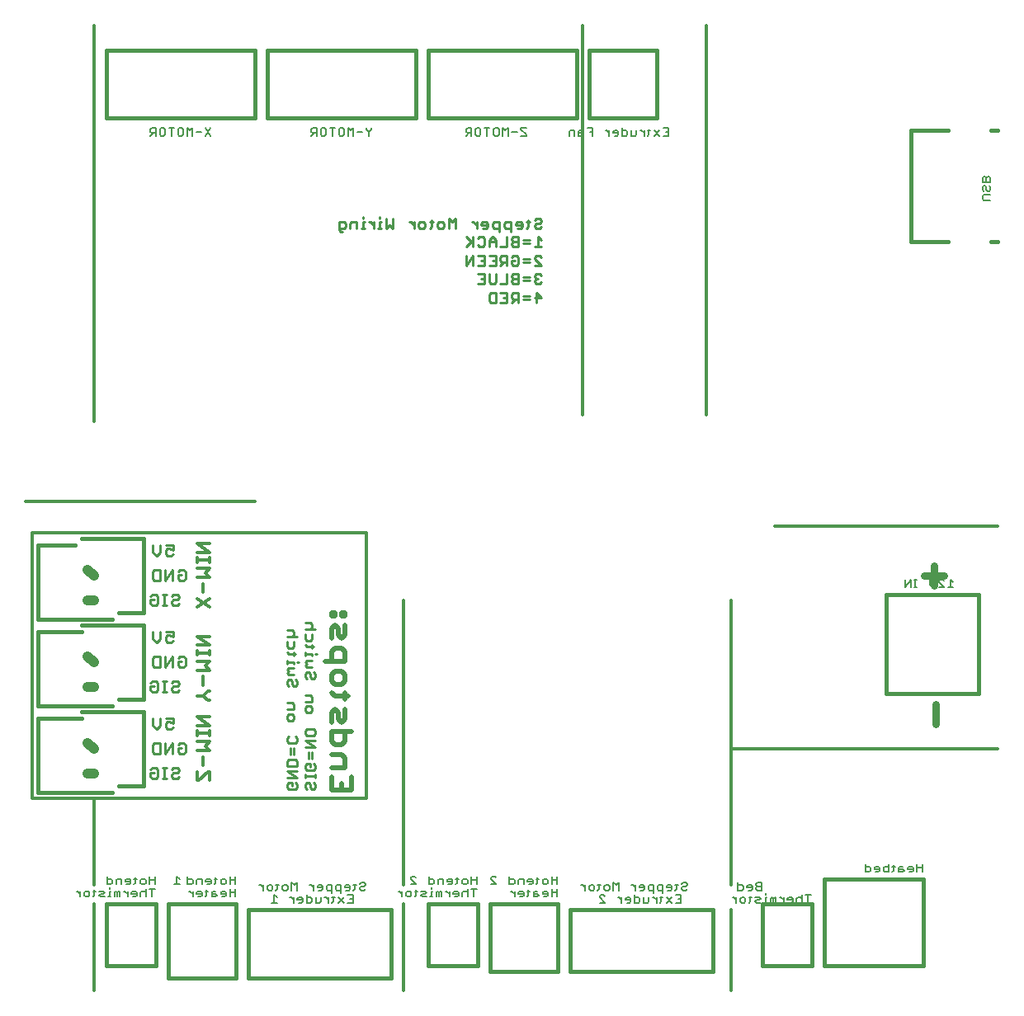
<source format=gbo>
G75*
G70*
%OFA0B0*%
%FSLAX24Y24*%
%IPPOS*%
%LPD*%
%AMOC8*
5,1,8,0,0,1.08239X$1,22.5*
%
%ADD10C,0.0160*%
%ADD11C,0.0130*%
%ADD12C,0.0080*%
%ADD13C,0.0110*%
%ADD14C,0.0300*%
%ADD15C,0.0400*%
%ADD16C,0.0100*%
%ADD17C,0.0120*%
%ADD18C,0.0200*%
D10*
X007816Y004601D02*
X007816Y007101D01*
X009816Y007101D01*
X009816Y004601D01*
X007816Y004601D01*
X010316Y004101D02*
X010316Y007101D01*
X013066Y007101D01*
X013066Y004101D01*
X010316Y004101D01*
X013566Y004101D02*
X013566Y006851D01*
X019316Y006851D01*
X019316Y004101D01*
X013566Y004101D01*
X020816Y004601D02*
X022816Y004601D01*
X022816Y007101D01*
X020816Y007101D01*
X020816Y004601D01*
X023316Y004351D02*
X023316Y007101D01*
X026066Y007101D01*
X026066Y004351D01*
X023316Y004351D01*
X026566Y004351D02*
X032316Y004351D01*
X032316Y006851D01*
X026566Y006851D01*
X026566Y004351D01*
X034316Y004601D02*
X036316Y004601D01*
X036316Y007101D01*
X034316Y007101D01*
X034316Y004601D01*
X036816Y004601D02*
X040816Y004601D01*
X040816Y008101D01*
X036816Y008101D01*
X036816Y004601D01*
X039316Y015601D02*
X043066Y015601D01*
X043066Y019601D01*
X039316Y019601D01*
X039316Y015601D01*
X040316Y033851D02*
X040316Y038351D01*
X041816Y038351D01*
X043566Y038351D02*
X043816Y038351D01*
X043816Y033851D02*
X043566Y033851D01*
X041816Y033851D02*
X040316Y033851D01*
X030066Y038851D02*
X030066Y041601D01*
X027316Y041601D01*
X027316Y038851D01*
X030066Y038851D01*
X026816Y038851D02*
X026816Y041601D01*
X020816Y041601D01*
X020816Y038851D01*
X026816Y038851D01*
X020316Y038851D02*
X014316Y038851D01*
X014316Y041601D01*
X020316Y041601D01*
X020316Y038851D01*
X013816Y038851D02*
X007816Y038851D01*
X007816Y041601D01*
X013816Y041601D01*
X013816Y038851D01*
X009316Y021851D02*
X006816Y021851D01*
X006566Y021601D02*
X005066Y021601D01*
X005066Y018601D01*
X008066Y018601D01*
X008316Y018851D02*
X009316Y018851D01*
X009316Y021851D01*
X009316Y018351D02*
X006816Y018351D01*
X006816Y018101D02*
X005066Y018101D01*
X005066Y015101D01*
X008066Y015101D01*
X008316Y015351D02*
X009316Y015351D01*
X009316Y018351D01*
X009316Y014851D02*
X006816Y014851D01*
X006816Y014601D02*
X005066Y014601D01*
X005066Y011601D01*
X008066Y011601D01*
X008316Y011851D02*
X009316Y011851D01*
X009316Y014851D01*
D11*
X011471Y014662D02*
X012001Y014662D01*
X012001Y014308D02*
X011471Y014308D01*
X011471Y014080D02*
X011471Y013903D01*
X011471Y013991D02*
X012001Y013991D01*
X012001Y013903D02*
X012001Y014080D01*
X012001Y014308D02*
X011471Y014662D01*
X011913Y015330D02*
X011736Y015506D01*
X011471Y015506D01*
X011736Y015506D02*
X011913Y015683D01*
X012001Y015683D01*
X012001Y015330D02*
X011913Y015330D01*
X011736Y015937D02*
X011736Y016291D01*
X011471Y016545D02*
X012001Y016545D01*
X011824Y016722D01*
X012001Y016899D01*
X011471Y016899D01*
X011471Y017153D02*
X011471Y017330D01*
X011471Y017241D02*
X012001Y017241D01*
X012001Y017153D02*
X012001Y017330D01*
X012001Y017558D02*
X011471Y017912D01*
X012001Y017912D01*
X012001Y017558D02*
X011471Y017558D01*
X011471Y019080D02*
X012001Y019433D01*
X012001Y019080D02*
X011471Y019433D01*
X011736Y019687D02*
X011736Y020041D01*
X012001Y020295D02*
X011824Y020472D01*
X012001Y020649D01*
X011471Y020649D01*
X011471Y020903D02*
X011471Y021080D01*
X011471Y020991D02*
X012001Y020991D01*
X012001Y020903D02*
X012001Y021080D01*
X012001Y021308D02*
X011471Y021662D01*
X012001Y021662D01*
X012001Y021308D02*
X011471Y021308D01*
X011471Y020295D02*
X012001Y020295D01*
X012001Y013649D02*
X011471Y013649D01*
X011471Y013295D02*
X012001Y013295D01*
X011824Y013472D01*
X012001Y013649D01*
X011736Y013041D02*
X011736Y012687D01*
X011913Y012433D02*
X011559Y012080D01*
X011471Y012080D01*
X011471Y012433D01*
X011913Y012433D02*
X012001Y012433D01*
X012001Y012080D01*
D12*
X012812Y008211D02*
X012812Y007891D01*
X012812Y008051D02*
X013026Y008051D01*
X013026Y007891D02*
X013026Y008211D01*
X012657Y008051D02*
X012657Y007944D01*
X012604Y007891D01*
X012497Y007891D01*
X012444Y007944D01*
X012444Y008051D01*
X012497Y008104D01*
X012604Y008104D01*
X012657Y008051D01*
X012289Y008104D02*
X012182Y008104D01*
X012236Y008158D02*
X012236Y007944D01*
X012182Y007891D01*
X012044Y007944D02*
X012044Y008051D01*
X011990Y008104D01*
X011883Y008104D01*
X011830Y008051D01*
X011830Y007997D01*
X012044Y007997D01*
X012044Y007944D02*
X011990Y007891D01*
X011883Y007891D01*
X011675Y007891D02*
X011675Y008104D01*
X011515Y008104D01*
X011462Y008051D01*
X011462Y007891D01*
X011307Y007944D02*
X011307Y008051D01*
X011254Y008104D01*
X011093Y008104D01*
X011093Y008211D02*
X011093Y007891D01*
X011254Y007891D01*
X011307Y007944D01*
X011307Y007604D02*
X011307Y007391D01*
X011307Y007497D02*
X011200Y007604D01*
X011147Y007604D01*
X011462Y007551D02*
X011462Y007497D01*
X011675Y007497D01*
X011675Y007444D02*
X011675Y007551D01*
X011622Y007604D01*
X011515Y007604D01*
X011462Y007551D01*
X011515Y007391D02*
X011622Y007391D01*
X011675Y007444D01*
X011814Y007391D02*
X011867Y007444D01*
X011867Y007658D01*
X011814Y007604D02*
X011921Y007604D01*
X012076Y007551D02*
X012076Y007391D01*
X012236Y007391D01*
X012289Y007444D01*
X012236Y007497D01*
X012076Y007497D01*
X012076Y007551D02*
X012129Y007604D01*
X012236Y007604D01*
X012444Y007551D02*
X012444Y007497D01*
X012657Y007497D01*
X012657Y007444D02*
X012657Y007551D01*
X012604Y007604D01*
X012497Y007604D01*
X012444Y007551D01*
X012497Y007391D02*
X012604Y007391D01*
X012657Y007444D01*
X012812Y007391D02*
X012812Y007711D01*
X012812Y007551D02*
X013026Y007551D01*
X013026Y007391D02*
X013026Y007711D01*
X014003Y007854D02*
X014056Y007854D01*
X014163Y007747D01*
X014163Y007641D02*
X014163Y007854D01*
X014318Y007801D02*
X014371Y007854D01*
X014478Y007854D01*
X014531Y007801D01*
X014531Y007694D01*
X014478Y007641D01*
X014371Y007641D01*
X014318Y007694D01*
X014318Y007801D01*
X014670Y007854D02*
X014777Y007854D01*
X014723Y007908D02*
X014723Y007694D01*
X014670Y007641D01*
X014600Y007461D02*
X014706Y007354D01*
X014600Y007461D02*
X014600Y007141D01*
X014706Y007141D02*
X014493Y007141D01*
X014985Y007641D02*
X014932Y007694D01*
X014932Y007801D01*
X014985Y007854D01*
X015092Y007854D01*
X015145Y007801D01*
X015145Y007694D01*
X015092Y007641D01*
X014985Y007641D01*
X015300Y007641D02*
X015300Y007961D01*
X015407Y007854D01*
X015513Y007961D01*
X015513Y007641D01*
X015590Y007354D02*
X015537Y007301D01*
X015537Y007247D01*
X015750Y007247D01*
X015750Y007194D02*
X015750Y007301D01*
X015697Y007354D01*
X015590Y007354D01*
X015382Y007354D02*
X015382Y007141D01*
X015382Y007247D02*
X015275Y007354D01*
X015222Y007354D01*
X015590Y007141D02*
X015697Y007141D01*
X015750Y007194D01*
X015905Y007141D02*
X016065Y007141D01*
X016118Y007194D01*
X016118Y007301D01*
X016065Y007354D01*
X015905Y007354D01*
X015905Y007461D02*
X015905Y007141D01*
X016273Y007141D02*
X016273Y007354D01*
X016273Y007141D02*
X016433Y007141D01*
X016487Y007194D01*
X016487Y007354D01*
X016633Y007354D02*
X016687Y007354D01*
X016794Y007247D01*
X016794Y007141D02*
X016794Y007354D01*
X016932Y007354D02*
X017039Y007354D01*
X016986Y007408D02*
X016986Y007194D01*
X016932Y007141D01*
X017194Y007141D02*
X017407Y007354D01*
X017562Y007461D02*
X017776Y007461D01*
X017776Y007141D01*
X017562Y007141D01*
X017407Y007141D02*
X017194Y007354D01*
X017294Y007534D02*
X017294Y007854D01*
X017133Y007854D01*
X017080Y007801D01*
X017080Y007694D01*
X017133Y007641D01*
X017294Y007641D01*
X017448Y007747D02*
X017662Y007747D01*
X017662Y007694D02*
X017662Y007801D01*
X017609Y007854D01*
X017502Y007854D01*
X017448Y007801D01*
X017448Y007747D01*
X017502Y007641D02*
X017609Y007641D01*
X017662Y007694D01*
X017801Y007641D02*
X017854Y007694D01*
X017854Y007908D01*
X017907Y007854D02*
X017801Y007854D01*
X018062Y007908D02*
X018116Y007961D01*
X018222Y007961D01*
X018276Y007908D01*
X018276Y007854D01*
X018222Y007801D01*
X018116Y007801D01*
X018062Y007747D01*
X018062Y007694D01*
X018116Y007641D01*
X018222Y007641D01*
X018276Y007694D01*
X017776Y007301D02*
X017669Y007301D01*
X016925Y007534D02*
X016925Y007854D01*
X016765Y007854D01*
X016712Y007801D01*
X016712Y007694D01*
X016765Y007641D01*
X016925Y007641D01*
X016557Y007694D02*
X016557Y007801D01*
X016504Y007854D01*
X016397Y007854D01*
X016343Y007801D01*
X016343Y007747D01*
X016557Y007747D01*
X016557Y007694D02*
X016504Y007641D01*
X016397Y007641D01*
X016189Y007641D02*
X016189Y007854D01*
X016189Y007747D02*
X016082Y007854D01*
X016028Y007854D01*
X019608Y007604D02*
X019661Y007604D01*
X019768Y007497D01*
X019768Y007391D02*
X019768Y007604D01*
X019923Y007551D02*
X019976Y007604D01*
X020083Y007604D01*
X020136Y007551D01*
X020136Y007444D01*
X020083Y007391D01*
X019976Y007391D01*
X019923Y007444D01*
X019923Y007551D01*
X020275Y007604D02*
X020382Y007604D01*
X020328Y007658D02*
X020328Y007444D01*
X020275Y007391D01*
X020537Y007444D02*
X020590Y007497D01*
X020697Y007497D01*
X020750Y007551D01*
X020697Y007604D01*
X020537Y007604D01*
X020537Y007444D02*
X020590Y007391D01*
X020750Y007391D01*
X020889Y007391D02*
X020996Y007391D01*
X020942Y007391D02*
X020942Y007604D01*
X020996Y007604D01*
X020942Y007711D02*
X020942Y007764D01*
X021004Y007891D02*
X020843Y007891D01*
X020843Y008211D01*
X020843Y008104D02*
X021004Y008104D01*
X021057Y008051D01*
X021057Y007944D01*
X021004Y007891D01*
X021212Y007891D02*
X021212Y008051D01*
X021265Y008104D01*
X021425Y008104D01*
X021425Y007891D01*
X021580Y007997D02*
X021794Y007997D01*
X021794Y007944D02*
X021794Y008051D01*
X021740Y008104D01*
X021633Y008104D01*
X021580Y008051D01*
X021580Y007997D01*
X021633Y007891D02*
X021740Y007891D01*
X021794Y007944D01*
X021932Y007891D02*
X021986Y007944D01*
X021986Y008158D01*
X022039Y008104D02*
X021932Y008104D01*
X022194Y008051D02*
X022247Y008104D01*
X022354Y008104D01*
X022407Y008051D01*
X022407Y007944D01*
X022354Y007891D01*
X022247Y007891D01*
X022194Y007944D01*
X022194Y008051D01*
X022562Y008051D02*
X022776Y008051D01*
X022776Y007891D02*
X022776Y008211D01*
X022562Y008211D02*
X022562Y007891D01*
X022562Y007711D02*
X022776Y007711D01*
X022669Y007711D02*
X022669Y007391D01*
X022407Y007391D02*
X022407Y007711D01*
X022354Y007604D02*
X022247Y007604D01*
X022194Y007551D01*
X022194Y007391D01*
X022039Y007444D02*
X022039Y007551D01*
X021986Y007604D01*
X021879Y007604D01*
X021826Y007551D01*
X021826Y007497D01*
X022039Y007497D01*
X022039Y007444D02*
X021986Y007391D01*
X021879Y007391D01*
X021671Y007391D02*
X021671Y007604D01*
X021671Y007497D02*
X021564Y007604D01*
X021511Y007604D01*
X021364Y007604D02*
X021310Y007604D01*
X021257Y007551D01*
X021204Y007604D01*
X021150Y007551D01*
X021150Y007391D01*
X021257Y007391D02*
X021257Y007551D01*
X021364Y007604D02*
X021364Y007391D01*
X022354Y007604D02*
X022407Y007551D01*
X023357Y007891D02*
X023570Y007891D01*
X023357Y008104D01*
X023357Y008158D01*
X023410Y008211D01*
X023517Y008211D01*
X023570Y008158D01*
X024093Y008211D02*
X024093Y007891D01*
X024254Y007891D01*
X024307Y007944D01*
X024307Y008051D01*
X024254Y008104D01*
X024093Y008104D01*
X024462Y008051D02*
X024462Y007891D01*
X024462Y008051D02*
X024515Y008104D01*
X024675Y008104D01*
X024675Y007891D01*
X024830Y007997D02*
X025044Y007997D01*
X025044Y007944D02*
X025044Y008051D01*
X024990Y008104D01*
X024883Y008104D01*
X024830Y008051D01*
X024830Y007997D01*
X024883Y007891D02*
X024990Y007891D01*
X025044Y007944D01*
X025182Y007891D02*
X025236Y007944D01*
X025236Y008158D01*
X025289Y008104D02*
X025182Y008104D01*
X025444Y008051D02*
X025497Y008104D01*
X025604Y008104D01*
X025657Y008051D01*
X025657Y007944D01*
X025604Y007891D01*
X025497Y007891D01*
X025444Y007944D01*
X025444Y008051D01*
X025812Y008051D02*
X026026Y008051D01*
X026026Y007891D02*
X026026Y008211D01*
X025812Y008211D02*
X025812Y007891D01*
X025812Y007711D02*
X025812Y007391D01*
X025812Y007551D02*
X026026Y007551D01*
X026026Y007391D02*
X026026Y007711D01*
X025657Y007551D02*
X025604Y007604D01*
X025497Y007604D01*
X025444Y007551D01*
X025444Y007497D01*
X025657Y007497D01*
X025657Y007444D02*
X025657Y007551D01*
X025657Y007444D02*
X025604Y007391D01*
X025497Y007391D01*
X025289Y007444D02*
X025236Y007497D01*
X025076Y007497D01*
X025076Y007551D02*
X025076Y007391D01*
X025236Y007391D01*
X025289Y007444D01*
X025236Y007604D02*
X025129Y007604D01*
X025076Y007551D01*
X024921Y007604D02*
X024814Y007604D01*
X024867Y007658D02*
X024867Y007444D01*
X024814Y007391D01*
X024675Y007444D02*
X024675Y007551D01*
X024622Y007604D01*
X024515Y007604D01*
X024462Y007551D01*
X024462Y007497D01*
X024675Y007497D01*
X024675Y007444D02*
X024622Y007391D01*
X024515Y007391D01*
X024307Y007391D02*
X024307Y007604D01*
X024307Y007497D02*
X024200Y007604D01*
X024147Y007604D01*
X027003Y007854D02*
X027056Y007854D01*
X027163Y007747D01*
X027163Y007641D02*
X027163Y007854D01*
X027318Y007801D02*
X027318Y007694D01*
X027371Y007641D01*
X027478Y007641D01*
X027531Y007694D01*
X027531Y007801D01*
X027478Y007854D01*
X027371Y007854D01*
X027318Y007801D01*
X027670Y007854D02*
X027777Y007854D01*
X027723Y007908D02*
X027723Y007694D01*
X027670Y007641D01*
X027796Y007461D02*
X027903Y007461D01*
X027956Y007408D01*
X027796Y007461D02*
X027743Y007408D01*
X027743Y007354D01*
X027956Y007141D01*
X027743Y007141D01*
X027985Y007641D02*
X027932Y007694D01*
X027932Y007801D01*
X027985Y007854D01*
X028092Y007854D01*
X028145Y007801D01*
X028145Y007694D01*
X028092Y007641D01*
X027985Y007641D01*
X028300Y007641D02*
X028300Y007961D01*
X028407Y007854D01*
X028513Y007961D01*
X028513Y007641D01*
X028525Y007354D02*
X028472Y007354D01*
X028525Y007354D02*
X028632Y007247D01*
X028632Y007141D02*
X028632Y007354D01*
X028787Y007301D02*
X028787Y007247D01*
X029000Y007247D01*
X029000Y007194D02*
X029000Y007301D01*
X028947Y007354D01*
X028840Y007354D01*
X028787Y007301D01*
X028840Y007141D02*
X028947Y007141D01*
X029000Y007194D01*
X029155Y007141D02*
X029315Y007141D01*
X029368Y007194D01*
X029368Y007301D01*
X029315Y007354D01*
X029155Y007354D01*
X029155Y007461D02*
X029155Y007141D01*
X029523Y007141D02*
X029523Y007354D01*
X029523Y007141D02*
X029683Y007141D01*
X029737Y007194D01*
X029737Y007354D01*
X029883Y007354D02*
X029937Y007354D01*
X030044Y007247D01*
X030044Y007141D02*
X030044Y007354D01*
X030182Y007354D02*
X030289Y007354D01*
X030236Y007408D02*
X030236Y007194D01*
X030182Y007141D01*
X030444Y007141D02*
X030657Y007354D01*
X030812Y007461D02*
X031026Y007461D01*
X031026Y007141D01*
X030812Y007141D01*
X030657Y007141D02*
X030444Y007354D01*
X030294Y007534D02*
X030294Y007854D01*
X030133Y007854D01*
X030080Y007801D01*
X030080Y007694D01*
X030133Y007641D01*
X030294Y007641D01*
X030448Y007747D02*
X030662Y007747D01*
X030662Y007694D02*
X030662Y007801D01*
X030609Y007854D01*
X030502Y007854D01*
X030448Y007801D01*
X030448Y007747D01*
X030502Y007641D02*
X030609Y007641D01*
X030662Y007694D01*
X030801Y007641D02*
X030854Y007694D01*
X030854Y007908D01*
X030907Y007854D02*
X030801Y007854D01*
X031062Y007908D02*
X031116Y007961D01*
X031222Y007961D01*
X031276Y007908D01*
X031276Y007854D01*
X031222Y007801D01*
X031116Y007801D01*
X031062Y007747D01*
X031062Y007694D01*
X031116Y007641D01*
X031222Y007641D01*
X031276Y007694D01*
X031026Y007301D02*
X030919Y007301D01*
X029925Y007534D02*
X029925Y007854D01*
X029765Y007854D01*
X029712Y007801D01*
X029712Y007694D01*
X029765Y007641D01*
X029925Y007641D01*
X029557Y007694D02*
X029557Y007801D01*
X029504Y007854D01*
X029397Y007854D01*
X029343Y007801D01*
X029343Y007747D01*
X029557Y007747D01*
X029557Y007694D02*
X029504Y007641D01*
X029397Y007641D01*
X029189Y007641D02*
X029189Y007854D01*
X029189Y007747D02*
X029082Y007854D01*
X029028Y007854D01*
X033108Y007354D02*
X033161Y007354D01*
X033268Y007247D01*
X033268Y007141D02*
X033268Y007354D01*
X033423Y007301D02*
X033476Y007354D01*
X033583Y007354D01*
X033636Y007301D01*
X033636Y007194D01*
X033583Y007141D01*
X033476Y007141D01*
X033423Y007194D01*
X033423Y007301D01*
X033486Y007641D02*
X033539Y007694D01*
X033539Y007801D01*
X033486Y007854D01*
X033326Y007854D01*
X033326Y007961D02*
X033326Y007641D01*
X033486Y007641D01*
X033694Y007747D02*
X033907Y007747D01*
X033907Y007694D02*
X033907Y007801D01*
X033854Y007854D01*
X033747Y007854D01*
X033694Y007801D01*
X033694Y007747D01*
X033747Y007641D02*
X033854Y007641D01*
X033907Y007694D01*
X034062Y007694D02*
X034116Y007641D01*
X034276Y007641D01*
X034276Y007961D01*
X034116Y007961D01*
X034062Y007908D01*
X034062Y007854D01*
X034116Y007801D01*
X034276Y007801D01*
X034116Y007801D02*
X034062Y007747D01*
X034062Y007694D01*
X034037Y007354D02*
X034197Y007354D01*
X034250Y007301D01*
X034197Y007247D01*
X034090Y007247D01*
X034037Y007194D01*
X034090Y007141D01*
X034250Y007141D01*
X034389Y007141D02*
X034496Y007141D01*
X034442Y007141D02*
X034442Y007354D01*
X034496Y007354D01*
X034442Y007461D02*
X034442Y007514D01*
X034650Y007301D02*
X034650Y007141D01*
X034757Y007141D02*
X034757Y007301D01*
X034704Y007354D01*
X034650Y007301D01*
X034757Y007301D02*
X034810Y007354D01*
X034864Y007354D01*
X034864Y007141D01*
X035011Y007354D02*
X035064Y007354D01*
X035171Y007247D01*
X035171Y007141D02*
X035171Y007354D01*
X035326Y007301D02*
X035326Y007247D01*
X035539Y007247D01*
X035539Y007194D02*
X035539Y007301D01*
X035486Y007354D01*
X035379Y007354D01*
X035326Y007301D01*
X035379Y007141D02*
X035486Y007141D01*
X035539Y007194D01*
X035694Y007141D02*
X035694Y007301D01*
X035747Y007354D01*
X035854Y007354D01*
X035907Y007301D01*
X035907Y007461D02*
X035907Y007141D01*
X036169Y007141D02*
X036169Y007461D01*
X036276Y007461D02*
X036062Y007461D01*
X033882Y007354D02*
X033775Y007354D01*
X033828Y007408D02*
X033828Y007194D01*
X033775Y007141D01*
X038475Y008391D02*
X038635Y008391D01*
X038689Y008444D01*
X038689Y008551D01*
X038635Y008604D01*
X038475Y008604D01*
X038475Y008711D02*
X038475Y008391D01*
X038843Y008497D02*
X039057Y008497D01*
X039057Y008444D02*
X039057Y008551D01*
X039004Y008604D01*
X038897Y008604D01*
X038843Y008551D01*
X038843Y008497D01*
X038897Y008391D02*
X039004Y008391D01*
X039057Y008444D01*
X039212Y008444D02*
X039212Y008551D01*
X039265Y008604D01*
X039425Y008604D01*
X039425Y008711D02*
X039425Y008391D01*
X039265Y008391D01*
X039212Y008444D01*
X039564Y008391D02*
X039617Y008444D01*
X039617Y008658D01*
X039564Y008604D02*
X039671Y008604D01*
X039826Y008551D02*
X039826Y008391D01*
X039986Y008391D01*
X040039Y008444D01*
X039986Y008497D01*
X039826Y008497D01*
X039826Y008551D02*
X039879Y008604D01*
X039986Y008604D01*
X040194Y008551D02*
X040194Y008497D01*
X040407Y008497D01*
X040407Y008444D02*
X040407Y008551D01*
X040354Y008604D01*
X040247Y008604D01*
X040194Y008551D01*
X040247Y008391D02*
X040354Y008391D01*
X040407Y008444D01*
X040562Y008391D02*
X040562Y008711D01*
X040562Y008551D02*
X040776Y008551D01*
X040776Y008391D02*
X040776Y008711D01*
X040552Y019891D02*
X040446Y019891D01*
X040499Y019891D02*
X040499Y020211D01*
X040552Y020211D02*
X040446Y020211D01*
X040307Y020211D02*
X040093Y019891D01*
X040093Y020211D01*
X040307Y020211D02*
X040307Y019891D01*
X041076Y019997D02*
X041182Y019891D01*
X041289Y019997D01*
X041289Y020211D01*
X041444Y020158D02*
X041497Y020211D01*
X041604Y020211D01*
X041657Y020158D01*
X041444Y020158D02*
X041444Y020104D01*
X041657Y019891D01*
X041444Y019891D01*
X041812Y019891D02*
X042026Y019891D01*
X041919Y019891D02*
X041919Y020211D01*
X042026Y020104D01*
X041076Y019997D02*
X041076Y020211D01*
X043259Y035536D02*
X043206Y035589D01*
X043206Y035696D01*
X043259Y035749D01*
X043526Y035749D01*
X043473Y035904D02*
X043419Y035904D01*
X043366Y035957D01*
X043366Y036064D01*
X043313Y036118D01*
X043259Y036118D01*
X043206Y036064D01*
X043206Y035957D01*
X043259Y035904D01*
X043473Y035904D02*
X043526Y035957D01*
X043526Y036064D01*
X043473Y036118D01*
X043526Y036272D02*
X043526Y036432D01*
X043473Y036486D01*
X043419Y036486D01*
X043366Y036432D01*
X043366Y036272D01*
X043206Y036272D02*
X043526Y036272D01*
X043366Y036432D02*
X043313Y036486D01*
X043259Y036486D01*
X043206Y036432D01*
X043206Y036272D01*
X043259Y035536D02*
X043526Y035536D01*
X030526Y038141D02*
X030312Y038141D01*
X030157Y038141D02*
X029944Y038354D01*
X029789Y038354D02*
X029682Y038354D01*
X029736Y038408D02*
X029736Y038194D01*
X029682Y038141D01*
X029544Y038141D02*
X029544Y038354D01*
X029544Y038247D02*
X029437Y038354D01*
X029383Y038354D01*
X029237Y038354D02*
X029237Y038194D01*
X029183Y038141D01*
X029023Y038141D01*
X029023Y038354D01*
X028868Y038301D02*
X028815Y038354D01*
X028655Y038354D01*
X028655Y038461D02*
X028655Y038141D01*
X028815Y038141D01*
X028868Y038194D01*
X028868Y038301D01*
X028500Y038301D02*
X028447Y038354D01*
X028340Y038354D01*
X028287Y038301D01*
X028287Y038247D01*
X028500Y038247D01*
X028500Y038194D02*
X028500Y038301D01*
X028500Y038194D02*
X028447Y038141D01*
X028340Y038141D01*
X028132Y038141D02*
X028132Y038354D01*
X028132Y038247D02*
X028025Y038354D01*
X027972Y038354D01*
X027456Y038301D02*
X027350Y038301D01*
X027456Y038461D02*
X027243Y038461D01*
X027456Y038461D02*
X027456Y038141D01*
X027088Y038194D02*
X027035Y038247D01*
X026875Y038247D01*
X026875Y038301D02*
X026875Y038141D01*
X027035Y038141D01*
X027088Y038194D01*
X027035Y038354D02*
X026928Y038354D01*
X026875Y038301D01*
X026720Y038354D02*
X026560Y038354D01*
X026506Y038301D01*
X026506Y038141D01*
X026720Y038141D02*
X026720Y038354D01*
X024776Y038461D02*
X024562Y038461D01*
X024562Y038408D01*
X024776Y038194D01*
X024776Y038141D01*
X024562Y038141D01*
X024407Y038301D02*
X024194Y038301D01*
X024039Y038461D02*
X023932Y038354D01*
X023826Y038461D01*
X023826Y038141D01*
X023671Y038194D02*
X023617Y038141D01*
X023511Y038141D01*
X023457Y038194D01*
X023457Y038408D01*
X023511Y038461D01*
X023617Y038461D01*
X023671Y038408D01*
X023671Y038194D01*
X024039Y038141D02*
X024039Y038461D01*
X023302Y038461D02*
X023089Y038461D01*
X023196Y038461D02*
X023196Y038141D01*
X022934Y038194D02*
X022881Y038141D01*
X022774Y038141D01*
X022721Y038194D01*
X022721Y038408D01*
X022774Y038461D01*
X022881Y038461D01*
X022934Y038408D01*
X022934Y038194D01*
X022566Y038141D02*
X022566Y038461D01*
X022406Y038461D01*
X022352Y038408D01*
X022352Y038301D01*
X022406Y038247D01*
X022566Y038247D01*
X022459Y038247D02*
X022352Y038141D01*
X018526Y038408D02*
X018419Y038301D01*
X018419Y038141D01*
X018419Y038301D02*
X018312Y038408D01*
X018312Y038461D01*
X018526Y038461D02*
X018526Y038408D01*
X018157Y038301D02*
X017944Y038301D01*
X017789Y038461D02*
X017682Y038354D01*
X017576Y038461D01*
X017576Y038141D01*
X017421Y038194D02*
X017367Y038141D01*
X017261Y038141D01*
X017207Y038194D01*
X017207Y038408D01*
X017261Y038461D01*
X017367Y038461D01*
X017421Y038408D01*
X017421Y038194D01*
X017789Y038141D02*
X017789Y038461D01*
X017052Y038461D02*
X016839Y038461D01*
X016946Y038461D02*
X016946Y038141D01*
X016684Y038194D02*
X016631Y038141D01*
X016524Y038141D01*
X016471Y038194D01*
X016471Y038408D01*
X016524Y038461D01*
X016631Y038461D01*
X016684Y038408D01*
X016684Y038194D01*
X016316Y038141D02*
X016316Y038461D01*
X016156Y038461D01*
X016102Y038408D01*
X016102Y038301D01*
X016156Y038247D01*
X016316Y038247D01*
X016209Y038247D02*
X016102Y038141D01*
X012026Y038141D02*
X011812Y038461D01*
X012026Y038461D02*
X011812Y038141D01*
X011657Y038301D02*
X011444Y038301D01*
X011289Y038461D02*
X011182Y038354D01*
X011076Y038461D01*
X011076Y038141D01*
X010921Y038194D02*
X010867Y038141D01*
X010761Y038141D01*
X010707Y038194D01*
X010707Y038408D01*
X010761Y038461D01*
X010867Y038461D01*
X010921Y038408D01*
X010921Y038194D01*
X011289Y038141D02*
X011289Y038461D01*
X010552Y038461D02*
X010339Y038461D01*
X010446Y038461D02*
X010446Y038141D01*
X010184Y038194D02*
X010131Y038141D01*
X010024Y038141D01*
X009971Y038194D01*
X009971Y038408D01*
X010024Y038461D01*
X010131Y038461D01*
X010184Y038408D01*
X010184Y038194D01*
X009816Y038141D02*
X009816Y038461D01*
X009656Y038461D01*
X009602Y038408D01*
X009602Y038301D01*
X009656Y038247D01*
X009816Y038247D01*
X009709Y038247D02*
X009602Y038141D01*
X029944Y038141D02*
X030157Y038354D01*
X030312Y038461D02*
X030526Y038461D01*
X030526Y038141D01*
X030526Y038301D02*
X030419Y038301D01*
X020267Y008211D02*
X020320Y008158D01*
X020267Y008211D02*
X020160Y008211D01*
X020107Y008158D01*
X020107Y008104D01*
X020320Y007891D01*
X020107Y007891D01*
X010776Y007891D02*
X010562Y007891D01*
X010669Y007891D02*
X010669Y008211D01*
X010776Y008104D01*
X009776Y008051D02*
X009562Y008051D01*
X009407Y008051D02*
X009407Y007944D01*
X009354Y007891D01*
X009247Y007891D01*
X009194Y007944D01*
X009194Y008051D01*
X009247Y008104D01*
X009354Y008104D01*
X009407Y008051D01*
X009562Y008211D02*
X009562Y007891D01*
X009562Y007711D02*
X009776Y007711D01*
X009669Y007711D02*
X009669Y007391D01*
X009407Y007391D02*
X009407Y007711D01*
X009354Y007604D02*
X009247Y007604D01*
X009194Y007551D01*
X009194Y007391D01*
X009039Y007444D02*
X009039Y007551D01*
X008986Y007604D01*
X008879Y007604D01*
X008826Y007551D01*
X008826Y007497D01*
X009039Y007497D01*
X009039Y007444D02*
X008986Y007391D01*
X008879Y007391D01*
X008671Y007391D02*
X008671Y007604D01*
X008671Y007497D02*
X008564Y007604D01*
X008511Y007604D01*
X008364Y007604D02*
X008310Y007604D01*
X008257Y007551D01*
X008204Y007604D01*
X008150Y007551D01*
X008150Y007391D01*
X008257Y007391D02*
X008257Y007551D01*
X008364Y007604D02*
X008364Y007391D01*
X007996Y007391D02*
X007889Y007391D01*
X007942Y007391D02*
X007942Y007604D01*
X007996Y007604D01*
X007942Y007711D02*
X007942Y007764D01*
X008004Y007891D02*
X008057Y007944D01*
X008057Y008051D01*
X008004Y008104D01*
X007843Y008104D01*
X007843Y008211D02*
X007843Y007891D01*
X008004Y007891D01*
X008212Y007891D02*
X008212Y008051D01*
X008265Y008104D01*
X008425Y008104D01*
X008425Y007891D01*
X008580Y007997D02*
X008794Y007997D01*
X008794Y007944D02*
X008794Y008051D01*
X008740Y008104D01*
X008633Y008104D01*
X008580Y008051D01*
X008580Y007997D01*
X008633Y007891D02*
X008740Y007891D01*
X008794Y007944D01*
X008932Y007891D02*
X008986Y007944D01*
X008986Y008158D01*
X009039Y008104D02*
X008932Y008104D01*
X009354Y007604D02*
X009407Y007551D01*
X009776Y007891D02*
X009776Y008211D01*
X007750Y007551D02*
X007697Y007604D01*
X007537Y007604D01*
X007590Y007497D02*
X007697Y007497D01*
X007750Y007551D01*
X007750Y007391D02*
X007590Y007391D01*
X007537Y007444D01*
X007590Y007497D01*
X007382Y007604D02*
X007275Y007604D01*
X007328Y007658D02*
X007328Y007444D01*
X007275Y007391D01*
X007136Y007444D02*
X007083Y007391D01*
X006976Y007391D01*
X006923Y007444D01*
X006923Y007551D01*
X006976Y007604D01*
X007083Y007604D01*
X007136Y007551D01*
X007136Y007444D01*
X006768Y007391D02*
X006768Y007604D01*
X006768Y007497D02*
X006661Y007604D01*
X006608Y007604D01*
D13*
X009676Y012156D02*
X009601Y012231D01*
X009601Y012381D01*
X009751Y012381D01*
X009601Y012531D02*
X009676Y012606D01*
X009826Y012606D01*
X009901Y012531D01*
X009901Y012231D01*
X009826Y012156D01*
X009676Y012156D01*
X010095Y012156D02*
X010245Y012156D01*
X010170Y012156D02*
X010170Y012606D01*
X010245Y012606D02*
X010095Y012606D01*
X010460Y012531D02*
X010536Y012606D01*
X010686Y012606D01*
X010761Y012531D01*
X010761Y012456D01*
X010686Y012381D01*
X010536Y012381D01*
X010460Y012306D01*
X010460Y012231D01*
X010536Y012156D01*
X010686Y012156D01*
X010761Y012231D01*
X010786Y013156D02*
X010710Y013231D01*
X010710Y013381D01*
X010861Y013381D01*
X011011Y013531D02*
X011011Y013231D01*
X010936Y013156D01*
X010786Y013156D01*
X010495Y013156D02*
X010495Y013606D01*
X010195Y013156D01*
X010195Y013606D01*
X009979Y013606D02*
X009754Y013606D01*
X009679Y013531D01*
X009679Y013231D01*
X009754Y013156D01*
X009979Y013156D01*
X009979Y013606D01*
X010710Y013531D02*
X010786Y013606D01*
X010936Y013606D01*
X011011Y013531D01*
X010436Y014156D02*
X010511Y014231D01*
X010436Y014156D02*
X010286Y014156D01*
X010210Y014231D01*
X010210Y014381D01*
X010286Y014456D01*
X010361Y014456D01*
X010511Y014381D01*
X010511Y014606D01*
X010210Y014606D01*
X009995Y014606D02*
X009995Y014306D01*
X009845Y014156D01*
X009695Y014306D01*
X009695Y014606D01*
X009676Y015656D02*
X009601Y015731D01*
X009601Y015881D01*
X009751Y015881D01*
X009601Y016031D02*
X009676Y016106D01*
X009826Y016106D01*
X009901Y016031D01*
X009901Y015731D01*
X009826Y015656D01*
X009676Y015656D01*
X010095Y015656D02*
X010245Y015656D01*
X010170Y015656D02*
X010170Y016106D01*
X010245Y016106D02*
X010095Y016106D01*
X010460Y016031D02*
X010536Y016106D01*
X010686Y016106D01*
X010761Y016031D01*
X010761Y015956D01*
X010686Y015881D01*
X010536Y015881D01*
X010460Y015806D01*
X010460Y015731D01*
X010536Y015656D01*
X010686Y015656D01*
X010761Y015731D01*
X010786Y016656D02*
X010710Y016731D01*
X010710Y016881D01*
X010861Y016881D01*
X011011Y017031D02*
X011011Y016731D01*
X010936Y016656D01*
X010786Y016656D01*
X010495Y016656D02*
X010495Y017106D01*
X010195Y016656D01*
X010195Y017106D01*
X009979Y017106D02*
X009754Y017106D01*
X009679Y017031D01*
X009679Y016731D01*
X009754Y016656D01*
X009979Y016656D01*
X009979Y017106D01*
X009845Y017656D02*
X009695Y017806D01*
X009695Y018106D01*
X009995Y018106D02*
X009995Y017806D01*
X009845Y017656D01*
X010210Y017731D02*
X010286Y017656D01*
X010436Y017656D01*
X010511Y017731D01*
X010511Y017881D02*
X010361Y017956D01*
X010286Y017956D01*
X010210Y017881D01*
X010210Y017731D01*
X010511Y017881D02*
X010511Y018106D01*
X010210Y018106D01*
X010786Y017106D02*
X010710Y017031D01*
X010786Y017106D02*
X010936Y017106D01*
X011011Y017031D01*
X010686Y019156D02*
X010761Y019231D01*
X010686Y019156D02*
X010536Y019156D01*
X010460Y019231D01*
X010460Y019306D01*
X010536Y019381D01*
X010686Y019381D01*
X010761Y019456D01*
X010761Y019531D01*
X010686Y019606D01*
X010536Y019606D01*
X010460Y019531D01*
X010245Y019606D02*
X010095Y019606D01*
X010170Y019606D02*
X010170Y019156D01*
X010245Y019156D02*
X010095Y019156D01*
X009901Y019231D02*
X009826Y019156D01*
X009676Y019156D01*
X009601Y019231D01*
X009601Y019381D01*
X009751Y019381D01*
X009601Y019531D02*
X009676Y019606D01*
X009826Y019606D01*
X009901Y019531D01*
X009901Y019231D01*
X009979Y020156D02*
X009754Y020156D01*
X009679Y020231D01*
X009679Y020531D01*
X009754Y020606D01*
X009979Y020606D01*
X009979Y020156D01*
X010195Y020156D02*
X010195Y020606D01*
X010495Y020606D02*
X010195Y020156D01*
X010495Y020156D02*
X010495Y020606D01*
X010710Y020531D02*
X010786Y020606D01*
X010936Y020606D01*
X011011Y020531D01*
X011011Y020231D01*
X010936Y020156D01*
X010786Y020156D01*
X010710Y020231D01*
X010710Y020381D01*
X010861Y020381D01*
X010436Y021156D02*
X010511Y021231D01*
X010436Y021156D02*
X010286Y021156D01*
X010210Y021231D01*
X010210Y021381D01*
X010286Y021456D01*
X010361Y021456D01*
X010511Y021381D01*
X010511Y021606D01*
X010210Y021606D01*
X009995Y021606D02*
X009995Y021306D01*
X009845Y021156D01*
X009695Y021306D01*
X009695Y021606D01*
D14*
X040865Y020351D02*
X041666Y020351D01*
X041265Y019951D02*
X041265Y020752D01*
X041316Y015170D02*
X041316Y014369D01*
D15*
X007316Y013351D02*
X007066Y013601D01*
X007066Y012351D02*
X007316Y012351D01*
X007316Y015851D02*
X007066Y015851D01*
X007316Y016851D02*
X007066Y017101D01*
X007066Y019351D02*
X007316Y019351D01*
X007316Y020351D02*
X007066Y020601D01*
D16*
X015116Y018150D02*
X015316Y018150D01*
X015383Y018083D01*
X015383Y017950D01*
X015316Y017883D01*
X015516Y017883D02*
X015116Y017883D01*
X015116Y017690D02*
X015116Y017490D01*
X015182Y017423D01*
X015316Y017423D01*
X015383Y017490D01*
X015383Y017690D01*
X015383Y017249D02*
X015383Y017116D01*
X015449Y017183D02*
X015182Y017183D01*
X015116Y017249D01*
X015116Y016943D02*
X015116Y016809D01*
X015116Y016876D02*
X015383Y016876D01*
X015383Y016809D01*
X015516Y016876D02*
X015583Y016876D01*
X015866Y016856D02*
X015932Y016789D01*
X015866Y016722D01*
X015932Y016656D01*
X016133Y016656D01*
X016199Y016462D02*
X016266Y016395D01*
X016266Y016262D01*
X016199Y016195D01*
X016133Y016195D01*
X016066Y016262D01*
X016066Y016395D01*
X015999Y016462D01*
X015932Y016462D01*
X015866Y016395D01*
X015866Y016262D01*
X015932Y016195D01*
X015516Y016088D02*
X015516Y015955D01*
X015449Y015888D01*
X015383Y015888D01*
X015316Y015955D01*
X015316Y016088D01*
X015249Y016155D01*
X015182Y016155D01*
X015116Y016088D01*
X015116Y015955D01*
X015182Y015888D01*
X015449Y016155D02*
X015516Y016088D01*
X015383Y016349D02*
X015182Y016349D01*
X015116Y016415D01*
X015182Y016482D01*
X015116Y016549D01*
X015182Y016616D01*
X015383Y016616D01*
X015866Y016856D02*
X015932Y016923D01*
X016133Y016923D01*
X016133Y017116D02*
X016133Y017183D01*
X015866Y017183D01*
X015866Y017249D02*
X015866Y017116D01*
X015932Y017490D02*
X015866Y017556D01*
X015932Y017490D02*
X016199Y017490D01*
X016133Y017556D02*
X016133Y017423D01*
X016266Y017183D02*
X016333Y017183D01*
X016066Y017730D02*
X015932Y017730D01*
X015866Y017797D01*
X015866Y017997D01*
X015866Y018190D02*
X016266Y018190D01*
X016133Y018257D02*
X016133Y018390D01*
X016066Y018457D01*
X015866Y018457D01*
X016066Y018190D02*
X016133Y018257D01*
X016133Y017997D02*
X016133Y017797D01*
X016066Y017730D01*
X016066Y015541D02*
X015866Y015541D01*
X016066Y015541D02*
X016133Y015475D01*
X016133Y015274D01*
X015866Y015274D01*
X015932Y015081D02*
X016066Y015081D01*
X016133Y015014D01*
X016133Y014881D01*
X016066Y014814D01*
X015932Y014814D01*
X015866Y014881D01*
X015866Y015014D01*
X015932Y015081D01*
X015383Y015168D02*
X015383Y014968D01*
X015116Y014968D01*
X015182Y014774D02*
X015116Y014707D01*
X015116Y014574D01*
X015182Y014507D01*
X015316Y014507D01*
X015383Y014574D01*
X015383Y014707D01*
X015316Y014774D01*
X015182Y014774D01*
X015383Y015168D02*
X015316Y015234D01*
X015116Y015234D01*
X015932Y014160D02*
X016199Y014160D01*
X016266Y014093D01*
X016266Y013960D01*
X016199Y013893D01*
X015932Y013893D01*
X015866Y013960D01*
X015866Y014093D01*
X015932Y014160D01*
X015866Y013700D02*
X016266Y013700D01*
X016266Y013433D02*
X015866Y013433D01*
X015999Y013239D02*
X015999Y012972D01*
X016133Y012972D02*
X016133Y013239D01*
X016266Y013433D02*
X015866Y013700D01*
X015516Y013653D02*
X015449Y013586D01*
X015182Y013586D01*
X015116Y013653D01*
X015116Y013786D01*
X015182Y013853D01*
X015449Y013853D02*
X015516Y013786D01*
X015516Y013653D01*
X015383Y013393D02*
X015383Y013126D01*
X015249Y013126D02*
X015249Y013393D01*
X015182Y012932D02*
X015116Y012866D01*
X015116Y012666D01*
X015516Y012666D01*
X015516Y012866D01*
X015449Y012932D01*
X015182Y012932D01*
X015116Y012472D02*
X015516Y012472D01*
X015516Y012205D02*
X015116Y012205D01*
X015182Y012012D02*
X015116Y011945D01*
X015116Y011811D01*
X015182Y011745D01*
X015449Y011745D01*
X015516Y011811D01*
X015516Y011945D01*
X015449Y012012D01*
X015316Y012012D02*
X015316Y011878D01*
X015316Y012012D02*
X015182Y012012D01*
X015516Y012205D02*
X015116Y012472D01*
X015866Y012579D02*
X015866Y012712D01*
X015932Y012779D01*
X016066Y012779D01*
X016066Y012646D01*
X016199Y012779D02*
X016266Y012712D01*
X016266Y012579D01*
X016199Y012512D01*
X015932Y012512D01*
X015866Y012579D01*
X015866Y012339D02*
X015866Y012205D01*
X015866Y012272D02*
X016266Y012272D01*
X016266Y012205D02*
X016266Y012339D01*
X016199Y012012D02*
X016266Y011945D01*
X016266Y011811D01*
X016199Y011745D01*
X016133Y011745D01*
X016066Y011811D01*
X016066Y011945D01*
X015999Y012012D01*
X015932Y012012D01*
X015866Y011945D01*
X015866Y011811D01*
X015932Y011745D01*
X023338Y031401D02*
X023271Y031467D01*
X023271Y031734D01*
X023338Y031801D01*
X023538Y031801D01*
X023538Y031401D01*
X023338Y031401D01*
X023731Y031401D02*
X023998Y031401D01*
X023998Y031801D01*
X023731Y031801D01*
X023865Y031601D02*
X023998Y031601D01*
X024192Y031601D02*
X024259Y031534D01*
X024459Y031534D01*
X024459Y031401D02*
X024459Y031801D01*
X024259Y031801D01*
X024192Y031734D01*
X024192Y031601D01*
X024325Y031534D02*
X024192Y031401D01*
X024652Y031534D02*
X024919Y031534D01*
X024919Y031668D02*
X024652Y031668D01*
X025113Y031601D02*
X025380Y031601D01*
X025179Y031801D01*
X025179Y031401D01*
X025179Y032151D02*
X025313Y032151D01*
X025380Y032217D01*
X025246Y032351D02*
X025179Y032351D01*
X025113Y032284D01*
X025113Y032217D01*
X025179Y032151D01*
X025179Y032351D02*
X025113Y032418D01*
X025113Y032484D01*
X025179Y032551D01*
X025313Y032551D01*
X025380Y032484D01*
X025380Y032901D02*
X025113Y032901D01*
X024919Y033034D02*
X024652Y033034D01*
X024652Y033168D02*
X024919Y033168D01*
X025113Y033168D02*
X025113Y033234D01*
X025179Y033301D01*
X025313Y033301D01*
X025380Y033234D01*
X025113Y033168D02*
X025380Y032901D01*
X024919Y032418D02*
X024652Y032418D01*
X024652Y032284D02*
X024919Y032284D01*
X024459Y032351D02*
X024259Y032351D01*
X024192Y032284D01*
X024192Y032217D01*
X024259Y032151D01*
X024459Y032151D01*
X024459Y032551D01*
X024259Y032551D01*
X024192Y032484D01*
X024192Y032418D01*
X024259Y032351D01*
X023998Y032551D02*
X023998Y032151D01*
X023731Y032151D01*
X023538Y032217D02*
X023471Y032151D01*
X023338Y032151D01*
X023271Y032217D01*
X023271Y032551D01*
X023078Y032551D02*
X023078Y032151D01*
X022811Y032151D01*
X022944Y032351D02*
X023078Y032351D01*
X023078Y032551D02*
X022811Y032551D01*
X022811Y032901D02*
X023078Y032901D01*
X023078Y033301D01*
X022811Y033301D01*
X022617Y033301D02*
X022350Y032901D01*
X022350Y033301D01*
X022617Y033301D02*
X022617Y032901D01*
X022944Y033101D02*
X023078Y033101D01*
X023271Y033301D02*
X023538Y033301D01*
X023538Y032901D01*
X023271Y032901D01*
X023405Y033101D02*
X023538Y033101D01*
X023731Y033101D02*
X023798Y033034D01*
X023998Y033034D01*
X023865Y033034D02*
X023731Y032901D01*
X023731Y033101D02*
X023731Y033234D01*
X023798Y033301D01*
X023998Y033301D01*
X023998Y032901D01*
X024192Y032967D02*
X024192Y033101D01*
X024325Y033101D01*
X024192Y033234D02*
X024259Y033301D01*
X024392Y033301D01*
X024459Y033234D01*
X024459Y032967D01*
X024392Y032901D01*
X024259Y032901D01*
X024192Y032967D01*
X023538Y032551D02*
X023538Y032217D01*
X023538Y033651D02*
X023538Y033918D01*
X023405Y034051D01*
X023271Y033918D01*
X023271Y033651D01*
X023271Y033851D02*
X023538Y033851D01*
X023731Y033651D02*
X023998Y033651D01*
X023998Y034051D01*
X024192Y033984D02*
X024259Y034051D01*
X024459Y034051D01*
X024459Y033651D01*
X024259Y033651D01*
X024192Y033717D01*
X024192Y033784D01*
X024259Y033851D01*
X024459Y033851D01*
X024259Y033851D02*
X024192Y033918D01*
X024192Y033984D01*
X024152Y034267D02*
X024152Y034668D01*
X023952Y034668D01*
X023885Y034601D01*
X023885Y034467D01*
X023952Y034401D01*
X024152Y034401D01*
X024345Y034534D02*
X024612Y034534D01*
X024612Y034467D02*
X024612Y034601D01*
X024546Y034668D01*
X024412Y034668D01*
X024345Y034601D01*
X024345Y034534D01*
X024412Y034401D02*
X024546Y034401D01*
X024612Y034467D01*
X024786Y034401D02*
X024852Y034467D01*
X024852Y034734D01*
X024786Y034668D02*
X024919Y034668D01*
X025113Y034734D02*
X025179Y034801D01*
X025313Y034801D01*
X025380Y034734D01*
X025380Y034668D01*
X025313Y034601D01*
X025179Y034601D01*
X025113Y034534D01*
X025113Y034467D01*
X025179Y034401D01*
X025313Y034401D01*
X025380Y034467D01*
X025246Y034051D02*
X025246Y033651D01*
X025113Y033651D02*
X025380Y033651D01*
X025380Y033918D02*
X025246Y034051D01*
X024919Y033918D02*
X024652Y033918D01*
X024652Y033784D02*
X024919Y033784D01*
X023691Y034267D02*
X023691Y034668D01*
X023491Y034668D01*
X023425Y034601D01*
X023425Y034467D01*
X023491Y034401D01*
X023691Y034401D01*
X023231Y034467D02*
X023231Y034601D01*
X023164Y034668D01*
X023031Y034668D01*
X022964Y034601D01*
X022964Y034534D01*
X023231Y034534D01*
X023231Y034467D02*
X023164Y034401D01*
X023031Y034401D01*
X022771Y034401D02*
X022771Y034668D01*
X022637Y034668D02*
X022571Y034668D01*
X022637Y034668D02*
X022771Y034534D01*
X022877Y034051D02*
X023011Y034051D01*
X023078Y033984D01*
X023078Y033717D01*
X023011Y033651D01*
X022877Y033651D01*
X022811Y033717D01*
X022617Y033651D02*
X022617Y034051D01*
X022811Y033984D02*
X022877Y034051D01*
X022617Y033784D02*
X022350Y034051D01*
X022550Y033851D02*
X022350Y033651D01*
X021927Y034401D02*
X021927Y034801D01*
X021793Y034668D01*
X021660Y034801D01*
X021660Y034401D01*
X021466Y034467D02*
X021400Y034401D01*
X021266Y034401D01*
X021199Y034467D01*
X021199Y034601D01*
X021266Y034668D01*
X021400Y034668D01*
X021466Y034601D01*
X021466Y034467D01*
X021006Y034668D02*
X020872Y034668D01*
X020939Y034734D02*
X020939Y034467D01*
X020872Y034401D01*
X020699Y034467D02*
X020632Y034401D01*
X020499Y034401D01*
X020432Y034467D01*
X020432Y034601D01*
X020499Y034668D01*
X020632Y034668D01*
X020699Y034601D01*
X020699Y034467D01*
X020239Y034401D02*
X020239Y034668D01*
X020239Y034534D02*
X020105Y034668D01*
X020038Y034668D01*
X019394Y034801D02*
X019394Y034401D01*
X019261Y034534D01*
X019128Y034401D01*
X019128Y034801D01*
X018934Y034668D02*
X018867Y034668D01*
X018867Y034401D01*
X018801Y034401D02*
X018934Y034401D01*
X018627Y034401D02*
X018627Y034668D01*
X018494Y034668D02*
X018627Y034534D01*
X018494Y034668D02*
X018427Y034668D01*
X018243Y034668D02*
X018177Y034668D01*
X018177Y034401D01*
X018243Y034401D02*
X018110Y034401D01*
X017937Y034401D02*
X017937Y034668D01*
X017736Y034668D01*
X017670Y034601D01*
X017670Y034401D01*
X017476Y034467D02*
X017476Y034601D01*
X017409Y034668D01*
X017209Y034668D01*
X017209Y034334D01*
X017276Y034267D01*
X017343Y034267D01*
X017409Y034401D02*
X017209Y034401D01*
X017409Y034401D02*
X017476Y034467D01*
X018177Y034801D02*
X018177Y034868D01*
X018867Y034868D02*
X018867Y034801D01*
D17*
X007316Y007101D02*
X007316Y003601D01*
X007316Y007851D02*
X007316Y011351D01*
X004816Y011351D02*
X004816Y022101D01*
X018316Y022101D01*
X018316Y011351D01*
X004816Y011351D01*
X004566Y023351D02*
X013816Y023351D01*
X019816Y019351D02*
X019816Y007851D01*
X019816Y007101D02*
X019816Y003601D01*
X033066Y003601D02*
X033066Y006851D01*
X033066Y007851D02*
X033066Y013351D01*
X043816Y013351D01*
X043816Y022351D02*
X034816Y022351D01*
X033066Y019351D02*
X033066Y013351D01*
X032066Y026851D02*
X032066Y042601D01*
X027066Y042601D02*
X027066Y026851D01*
X007316Y026601D02*
X007316Y042601D01*
D18*
X016916Y018874D02*
X016916Y018740D01*
X017049Y018740D01*
X017049Y018874D01*
X016916Y018874D01*
X017316Y018874D02*
X017316Y018740D01*
X017450Y018740D01*
X017450Y018874D01*
X017316Y018874D01*
X017450Y018353D02*
X017450Y017953D01*
X017316Y017819D01*
X017183Y017953D01*
X017183Y018220D01*
X017049Y018353D01*
X016916Y018220D01*
X016916Y017819D01*
X017049Y017432D02*
X016916Y017299D01*
X016916Y016899D01*
X016649Y016899D02*
X017450Y016899D01*
X017450Y017299D01*
X017316Y017432D01*
X017049Y017432D01*
X017049Y016512D02*
X017316Y016512D01*
X017450Y016378D01*
X017450Y016111D01*
X017316Y015978D01*
X017049Y015978D01*
X016916Y016111D01*
X016916Y016378D01*
X017049Y016512D01*
X016916Y015631D02*
X017049Y015497D01*
X017583Y015497D01*
X017450Y015364D02*
X017450Y015631D01*
X017450Y014977D02*
X017450Y014577D01*
X017316Y014443D01*
X017183Y014577D01*
X017183Y014844D01*
X017049Y014977D01*
X016916Y014844D01*
X016916Y014443D01*
X016916Y014056D02*
X016916Y013656D01*
X017049Y013522D01*
X017316Y013522D01*
X017450Y013656D01*
X017450Y014056D01*
X017716Y014056D02*
X016916Y014056D01*
X016916Y013135D02*
X017316Y013135D01*
X017450Y013002D01*
X017450Y012602D01*
X016916Y012602D01*
X016916Y012215D02*
X016916Y011681D01*
X017716Y011681D01*
X017716Y012215D01*
X017316Y011948D02*
X017316Y011681D01*
M02*

</source>
